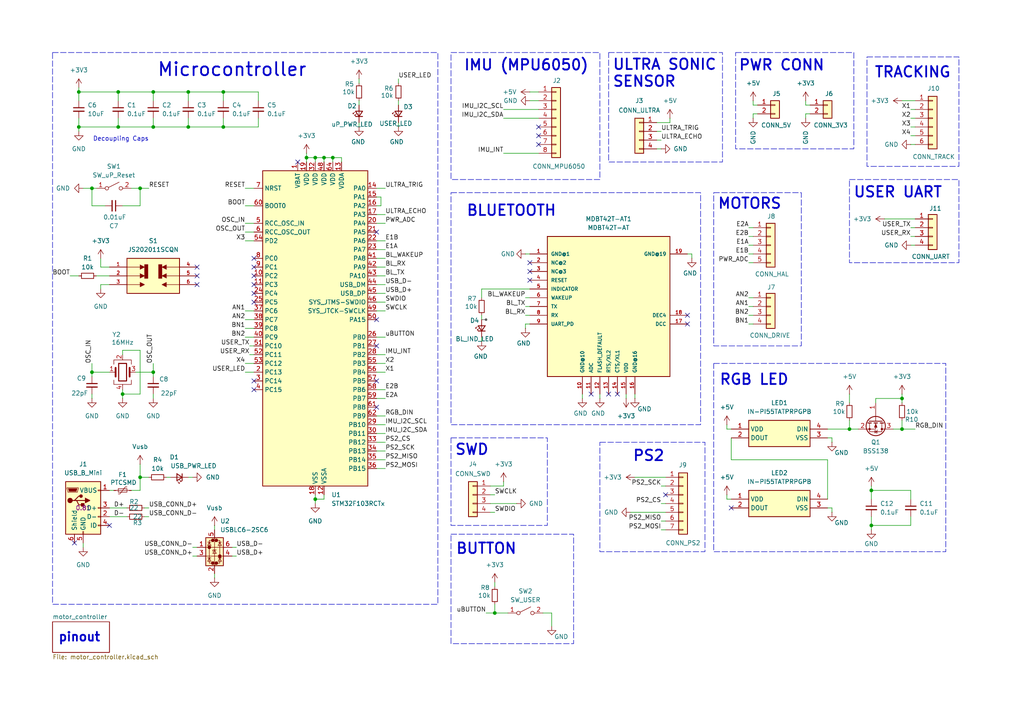
<source format=kicad_sch>
(kicad_sch (version 20250114) (generator "eeschema") (generator_version "9.0")
  (paper "A4")
  (title_block (title "Robot Brain PCB Board") (date "2025-05-01") (rev "1.0") (company "Winston Har"))
  (rectangle (start 130.81 154.94) (end 166.37 186.69) (stroke (width 0) (type dash)))
  (rectangle (start 207.01 55.88) (end 232.41 100.33) (stroke (width 0) (type dash)))
  (rectangle (start 130.81 15.24) (end 173.99 52.07) (stroke (width 0) (type dash)))
  (rectangle (start 173.99 128.27) (end 204.47 160.02) (stroke (width 0) (type dash)))
  (rectangle (start 15.24 15.24) (end 127 175.26) (stroke (width 0) (type dash)))
  (rectangle (start 176.53 15.24) (end 209.55 46.99) (stroke (width 0) (type dash)))
  (rectangle (start 246.38 52.07) (end 278.13 76.2) (stroke (width 0) (type dash)))
  (rectangle (start 251.46 16.51) (end 278.13 48.26) (stroke (width 0) (type dash)))
  (rectangle (start 130.81 127) (end 158.75 152.4) (stroke (width 0) (type dash)))
  (rectangle (start 213.36 15.24) (end 247.65 43.18) (stroke (width 0) (type dash)))
  (rectangle (start 130.81 55.88) (end 203.2 123.19) (stroke (width 0) (type dash)))
  (rectangle (start 207.01 105.41) (end 274.32 160.02) (stroke (width 0) (type dash)))
  (text "PWR CONN" (at 214.122 19.05 0) (effects (font (size 3.048 3.048) (thickness 0.508) (bold yes)) (justify left)))
  (text "ULTRA SONIC\nSENSOR" (at 177.546 21.336 0) (effects (font (size 3.048 3.048) (thickness 0.508) (bold yes)) (justify left)))
  (text "Decoupling Caps" (at 35.052 40.386 0) (effects (font (size 1.27 1.27))))
  (text "BUTTON" (at 132.08 159.258 0) (effects (font (size 3.048 3.048) (thickness 0.508) (bold yes)) (justify left)))
  (text "MOTORS" (at 208.026 59.182 0) (effects (font (size 3.048 3.048) (thickness 0.508) (bold yes)) (justify left)))
  (text "PS2" (at 183.388 132.334 0) (effects (font (size 3.048 3.048) (thickness 0.508) (bold yes)) (justify left)))
  (text "RGB LED" (at 208.534 110.236 0) (effects (font (size 3.048 3.048) (thickness 0.508) (bold yes)) (justify left)))
  (text "Microcontroller" (at 67.31 20.32 0) (effects (font (size 3.81 3.81) (thickness 0.508) (bold yes))))
  (text "TRACKING\n" (at 253.492 21.082 0) (effects (font (size 3.048 3.048) (thickness 0.508) (bold yes)) (justify left)))
  (text "pinout" (at 16.764 184.912 0) (effects (font (size 2.54 2.54) (thickness 0.508) (bold yes)) (justify left)))
  (text "IMU (MPU6050)" (at 152.654 19.05 0) (effects (font (size 3.048 3.048) (thickness 0.508) (bold yes))))
  (text "SWD" (at 131.826 130.556 0) (effects (font (size 3.048 3.048) (thickness 0.508) (bold yes)) (justify left)))
  (text "USER UART\n" (at 247.396 55.88 0) (effects (font (size 3.048 3.048) (thickness 0.508) (bold yes)) (justify left)))
  (text "BLUETOOTH" (at 148.336 61.214 0) (effects (font (size 3.048 3.048) (thickness 0.508) (bold yes))))
  (junction (at 246.38 124.46))
  (junction (at 26.67 54.61))
  (junction (at 40.64 138.43))
  (junction (at 34.29 36.83))
  (junction (at 252.73 152.4))
  (junction (at 35.56 114.3))
  (junction (at 261.62 115.57))
  (junction (at 44.45 26.67))
  (junction (at 40.64 54.61))
  (junction (at 96.52 45.72))
  (junction (at 64.77 36.83))
  (junction (at 252.73 142.24))
  (junction (at 93.98 45.72))
  (junction (at 91.44 144.78))
  (junction (at 54.61 26.67))
  (junction (at 34.29 26.67))
  (junction (at 64.77 26.67))
  (junction (at 44.45 36.83))
  (junction (at 91.44 45.72))
  (junction (at 143.51 177.8))
  (junction (at 88.9 45.72))
  (junction (at 22.86 36.83))
  (junction (at 44.45 107.95))
  (junction (at 261.62 124.46))
  (junction (at 54.61 36.83))
  (junction (at 22.86 26.67))
  (junction (at 26.67 107.95))
  (no_connect (at 176.53 114.3))
  (no_connect (at 109.22 110.49))
  (no_connect (at 86.36 46.99))
  (no_connect (at 153.67 81.28))
  (no_connect (at 73.66 77.47))
  (no_connect (at 21.59 157.48))
  (no_connect (at 57.15 80.01))
  (no_connect (at 153.67 78.74))
  (no_connect (at 73.66 110.49))
  (no_connect (at 199.39 93.98))
  (no_connect (at 171.45 114.3))
  (no_connect (at 109.22 92.71))
  (no_connect (at 199.39 91.44))
  (no_connect (at 156.21 41.91))
  (no_connect (at 109.22 118.11))
  (no_connect (at 73.66 82.55))
  (no_connect (at 156.21 39.37))
  (no_connect (at 109.22 67.31))
  (no_connect (at 73.66 80.01))
  (no_connect (at 31.75 152.4))
  (no_connect (at 73.66 113.03))
  (no_connect (at 179.07 114.3))
  (no_connect (at 109.22 100.33))
  (no_connect (at 212.09 147.32))
  (no_connect (at 57.15 77.47))
  (no_connect (at 73.66 85.09))
  (no_connect (at 153.67 76.2))
  (no_connect (at 73.66 74.93))
  (no_connect (at 193.04 143.51))
  (no_connect (at 73.66 87.63))
  (no_connect (at 57.15 82.55))
  (no_connect (at 156.21 36.83))
  (wire (pts (xy 139.7 83.82) (xy 139.7 86.36)))
  (wire (pts (xy 194.31 35.56) (xy 194.31 34.29)))
  (wire (pts (xy 27.94 80.01) (xy 31.75 80.01)))
  (wire (pts (xy 143.51 177.8) (xy 147.32 177.8)))
  (wire (pts (xy 71.12 90.17) (xy 73.66 90.17)))
  (wire (pts (xy 71.12 92.71) (xy 73.66 92.71)))
  (wire (pts (xy 55.88 161.29) (xy 57.15 161.29)))
  (wire (pts (xy 22.86 25.4) (xy 22.86 26.67)))
  (wire (pts (xy 96.52 45.72) (xy 99.06 45.72)))
  (wire (pts (xy 217.17 71.12) (xy 218.44 71.12)))
  (wire (pts (xy 191.77 151.13) (xy 193.04 151.13)))
  (wire (pts (xy 190.5 38.1) (xy 191.77 38.1)))
  (wire (pts (xy 109.22 130.81) (xy 111.76 130.81)))
  (wire (pts (xy 109.22 87.63) (xy 111.76 87.63)))
  (wire (pts (xy 34.29 26.67) (xy 22.86 26.67)))
  (wire (pts (xy 218.44 34.29) (xy 218.44 33.02)))
  (wire (pts (xy 241.3 127) (xy 240.03 127)))
  (wire (pts (xy 35.56 101.6) (xy 40.64 101.6)))
  (wire (pts (xy 109.22 135.89) (xy 111.76 135.89)))
  (wire (pts (xy 210.82 144.78) (xy 210.82 143.51)))
  (wire (pts (xy 40.64 54.61) (xy 43.18 54.61)))
  (wire (pts (xy 71.12 59.69) (xy 73.66 59.69)))
  (wire (pts (xy 212.09 144.78) (xy 210.82 144.78)))
  (wire (pts (xy 71.12 69.85) (xy 73.66 69.85)))
  (wire (pts (xy 160.02 177.8) (xy 157.48 177.8)))
  (wire (pts (xy 64.77 26.67) (xy 54.61 26.67)))
  (wire (pts (xy 93.98 45.72) (xy 96.52 45.72)))
  (wire (pts (xy 254 116.84) (xy 254 115.57)))
  (wire (pts (xy 54.61 34.29) (xy 54.61 36.83)))
  (wire (pts (xy 29.21 82.55) (xy 31.75 82.55)))
  (wire (pts (xy 233.68 30.48) (xy 233.68 29.21)))
  (wire (pts (xy 139.7 91.44) (xy 139.7 92.71)))
  (wire (pts (xy 217.17 88.9) (xy 218.44 88.9)))
  (wire (pts (xy 62.23 166.37) (xy 62.23 167.64)))
  (wire (pts (xy 264.16 142.24) (xy 252.73 142.24)))
  (wire (pts (xy 219.71 30.48) (xy 218.44 30.48)))
  (wire (pts (xy 24.13 54.61) (xy 26.67 54.61)))
  (wire (pts (xy 190.5 40.64) (xy 191.77 40.64)))
  (wire (pts (xy 142.24 140.97) (xy 146.05 140.97)))
  (wire (pts (xy 35.56 114.3) (xy 35.56 115.57)))
  (wire (pts (xy 233.68 33.02) (xy 234.95 33.02)))
  (wire (pts (xy 184.15 114.3) (xy 184.15 115.57)))
  (wire (pts (xy 199.39 73.66) (xy 200.66 73.66)))
  (wire (pts (xy 55.88 158.75) (xy 57.15 158.75)))
  (wire (pts (xy 217.17 76.2) (xy 218.44 76.2)))
  (wire (pts (xy 22.86 26.67) (xy 22.86 29.21)))
  (wire (pts (xy 29.21 83.82) (xy 29.21 82.55)))
  (wire (pts (xy 246.38 114.3) (xy 246.38 116.84)))
  (wire (pts (xy 210.82 124.46) (xy 210.82 123.19)))
  (wire (pts (xy 38.1 142.24) (xy 40.64 142.24)))
  (wire (pts (xy 41.91 149.86) (xy 43.18 149.86)))
  (wire (pts (xy 26.67 59.69) (xy 26.67 54.61)))
  (wire (pts (xy 264.16 68.58) (xy 265.43 68.58)))
  (wire (pts (xy 248.92 124.46) (xy 246.38 124.46)))
  (wire (pts (xy 191.77 140.97) (xy 193.04 140.97)))
  (wire (pts (xy 217.17 86.36) (xy 218.44 86.36)))
  (wire (pts (xy 91.44 45.72) (xy 93.98 45.72)))
  (wire (pts (xy 143.51 175.26) (xy 143.51 177.8)))
  (wire (pts (xy 264.16 149.86) (xy 264.16 152.4)))
  (wire (pts (xy 261.62 121.92) (xy 261.62 124.46)))
  (wire (pts (xy 24.13 157.48) (xy 24.13 158.75)))
  (wire (pts (xy 109.22 128.27) (xy 111.76 128.27)))
  (wire (pts (xy 71.12 107.95) (xy 73.66 107.95)))
  (wire (pts (xy 22.86 36.83) (xy 22.86 34.29)))
  (wire (pts (xy 261.62 115.57) (xy 261.62 116.84)))
  (wire (pts (xy 71.12 97.79) (xy 73.66 97.79)))
  (wire (pts (xy 88.9 45.72) (xy 91.44 45.72)))
  (wire (pts (xy 264.16 39.37) (xy 265.43 39.37)))
  (wire (pts (xy 91.44 45.72) (xy 91.44 46.99)))
  (wire (pts (xy 29.21 77.47) (xy 29.21 74.93)))
  (wire (pts (xy 35.56 59.69) (xy 40.64 59.69)))
  (wire (pts (xy 109.22 85.09) (xy 111.76 85.09)))
  (wire (pts (xy 152.4 86.36) (xy 153.67 86.36)))
  (wire (pts (xy 93.98 144.78) (xy 91.44 144.78)))
  (wire (pts (xy 261.62 124.46) (xy 259.08 124.46)))
  (wire (pts (xy 71.12 64.77) (xy 73.66 64.77)))
  (wire (pts (xy 74.93 29.21) (xy 74.93 26.67)))
  (wire (pts (xy 109.22 107.95) (xy 111.76 107.95)))
  (wire (pts (xy 217.17 66.04) (xy 218.44 66.04)))
  (wire (pts (xy 72.39 102.87) (xy 73.66 102.87)))
  (wire (pts (xy 93.98 45.72) (xy 93.98 46.99)))
  (wire (pts (xy 153.67 93.98) (xy 152.4 93.98)))
  (wire (pts (xy 31.75 142.24) (xy 33.02 142.24)))
  (wire (pts (xy 109.22 115.57) (xy 111.76 115.57)))
  (wire (pts (xy 264.16 41.91) (xy 265.43 41.91)))
  (wire (pts (xy 264.16 152.4) (xy 252.73 152.4)))
  (wire (pts (xy 22.86 36.83) (xy 22.86 38.1)))
  (wire (pts (xy 54.61 138.43) (xy 55.88 138.43)))
  (wire (pts (xy 212.09 124.46) (xy 210.82 124.46)))
  (wire (pts (xy 152.4 88.9) (xy 153.67 88.9)))
  (wire (pts (xy 109.22 120.65) (xy 111.76 120.65)))
  (wire (pts (xy 64.77 34.29) (xy 64.77 36.83)))
  (wire (pts (xy 191.77 153.67) (xy 193.04 153.67)))
  (wire (pts (xy 67.31 161.29) (xy 68.58 161.29)))
  (wire (pts (xy 91.44 144.78) (xy 91.44 143.51)))
  (wire (pts (xy 152.4 73.66) (xy 153.67 73.66)))
  (wire (pts (xy 152.4 91.44) (xy 153.67 91.44)))
  (wire (pts (xy 54.61 36.83) (xy 44.45 36.83)))
  (wire (pts (xy 39.37 107.95) (xy 44.45 107.95)))
  (wire (pts (xy 109.22 57.15) (xy 110.49 57.15)))
  (wire (pts (xy 246.38 124.46) (xy 246.38 121.92)))
  (wire (pts (xy 44.45 26.67) (xy 34.29 26.67)))
  (wire (pts (xy 40.64 142.24) (xy 40.64 138.43)))
  (wire (pts (xy 146.05 140.97) (xy 146.05 139.7)))
  (wire (pts (xy 96.52 45.72) (xy 96.52 46.99)))
  (wire (pts (xy 146.05 44.45) (xy 156.21 44.45)))
  (wire (pts (xy 217.17 68.58) (xy 218.44 68.58)))
  (wire (pts (xy 264.16 66.04) (xy 265.43 66.04)))
  (wire (pts (xy 44.45 36.83) (xy 34.29 36.83)))
  (wire (pts (xy 152.4 93.98) (xy 152.4 95.25)))
  (wire (pts (xy 71.12 105.41) (xy 73.66 105.41)))
  (wire (pts (xy 109.22 54.61) (xy 111.76 54.61)))
  (wire (pts (xy 241.3 148.59) (xy 241.3 147.32)))
  (wire (pts (xy 40.64 101.6) (xy 40.64 114.3)))
  (wire (pts (xy 234.95 30.48) (xy 233.68 30.48)))
  (wire (pts (xy 31.75 149.86) (xy 36.83 149.86)))
  (wire (pts (xy 109.22 59.69) (xy 110.49 59.69)))
  (wire (pts (xy 264.16 34.29) (xy 265.43 34.29)))
  (wire (pts (xy 190.5 35.56) (xy 194.31 35.56)))
  (wire (pts (xy 217.17 91.44) (xy 218.44 91.44)))
  (wire (pts (xy 191.77 146.05) (xy 193.04 146.05)))
  (wire (pts (xy 168.91 114.3) (xy 168.91 115.57)))
  (wire (pts (xy 264.16 71.12) (xy 265.43 71.12)))
  (wire (pts (xy 40.64 138.43) (xy 43.18 138.43)))
  (wire (pts (xy 88.9 44.45) (xy 88.9 45.72)))
  (wire (pts (xy 109.22 102.87) (xy 111.76 102.87)))
  (wire (pts (xy 31.75 147.32) (xy 36.83 147.32)))
  (wire (pts (xy 241.3 147.32) (xy 240.03 147.32)))
  (wire (pts (xy 109.22 105.41) (xy 111.76 105.41)))
  (wire (pts (xy 109.22 97.79) (xy 111.76 97.79)))
  (wire (pts (xy 71.12 67.31) (xy 73.66 67.31)))
  (wire (pts (xy 212.09 133.35) (xy 240.03 133.35)))
  (wire (pts (xy 93.98 143.51) (xy 93.98 144.78)))
  (wire (pts (xy 181.61 114.3) (xy 181.61 115.57)))
  (wire (pts (xy 40.64 138.43) (xy 40.64 134.62)))
  (wire (pts (xy 218.44 33.02) (xy 219.71 33.02)))
  (wire (pts (xy 256.54 63.5) (xy 265.43 63.5)))
  (wire (pts (xy 109.22 125.73) (xy 111.76 125.73)))
  (wire (pts (xy 139.7 97.79) (xy 139.7 99.06)))
  (wire (pts (xy 35.56 114.3) (xy 35.56 113.03)))
  (wire (pts (xy 233.68 34.29) (xy 233.68 33.02)))
  (wire (pts (xy 64.77 26.67) (xy 64.77 29.21)))
  (wire (pts (xy 40.64 114.3) (xy 35.56 114.3)))
  (wire (pts (xy 142.24 148.59) (xy 143.51 148.59)))
  (wire (pts (xy 142.24 146.05) (xy 149.86 146.05)))
  (wire (pts (xy 30.48 59.69) (xy 26.67 59.69)))
  (wire (pts (xy 74.93 34.29) (xy 74.93 36.83)))
  (wire (pts (xy 26.67 114.3) (xy 26.67 115.57)))
  (wire (pts (xy 252.73 152.4) (xy 252.73 149.86)))
  (wire (pts (xy 54.61 26.67) (xy 54.61 29.21)))
  (wire (pts (xy 173.99 114.3) (xy 173.99 115.57)))
  (wire (pts (xy 44.45 26.67) (xy 44.45 29.21)))
  (wire (pts (xy 88.9 45.72) (xy 88.9 46.99)))
  (wire (pts (xy 31.75 77.47) (xy 29.21 77.47)))
  (wire (pts (xy 200.66 73.66) (xy 200.66 74.93)))
  (wire (pts (xy 109.22 77.47) (xy 111.76 77.47)))
  (wire (pts (xy 109.22 69.85) (xy 111.76 69.85)))
  (wire (pts (xy 104.14 22.86) (xy 104.14 24.13)))
  (wire (pts (xy 34.29 26.67) (xy 34.29 29.21)))
  (wire (pts (xy 48.26 138.43) (xy 49.53 138.43)))
  (wire (pts (xy 261.62 124.46) (xy 265.43 124.46)))
  (wire (pts (xy 146.05 31.75) (xy 156.21 31.75)))
  (wire (pts (xy 217.17 93.98) (xy 218.44 93.98)))
  (wire (pts (xy 212.09 127) (xy 212.09 133.35)))
  (wire (pts (xy 109.22 64.77) (xy 111.76 64.77)))
  (wire (pts (xy 153.67 83.82) (xy 139.7 83.82)))
  (wire (pts (xy 34.29 36.83) (xy 22.86 36.83)))
  (wire (pts (xy 109.22 113.03) (xy 111.76 113.03)))
  (wire (pts (xy 146.05 34.29) (xy 156.21 34.29)))
  (wire (pts (xy 252.73 152.4) (xy 252.73 153.67)))
  (wire (pts (xy 264.16 142.24) (xy 264.16 144.78)))
  (wire (pts (xy 264.16 36.83) (xy 265.43 36.83)))
  (wire (pts (xy 40.64 54.61) (xy 40.64 59.69)))
  (wire (pts (xy 26.67 107.95) (xy 26.67 109.22)))
  (wire (pts (xy 115.57 29.21) (xy 115.57 30.48)))
  (wire (pts (xy 71.12 54.61) (xy 73.66 54.61)))
  (wire (pts (xy 217.17 73.66) (xy 218.44 73.66)))
  (wire (pts (xy 99.06 46.99) (xy 99.06 45.72)))
  (wire (pts (xy 115.57 22.86) (xy 115.57 24.13)))
  (wire (pts (xy 261.62 114.3) (xy 261.62 115.57)))
  (wire (pts (xy 240.03 133.35) (xy 240.03 144.78)))
  (wire (pts (xy 91.44 144.78) (xy 91.44 146.05)))
  (wire (pts (xy 41.91 147.32) (xy 43.18 147.32)))
  (wire (pts (xy 62.23 152.4) (xy 62.23 153.67)))
  (wire (pts (xy 35.56 102.87) (xy 35.56 101.6)))
  (wire (pts (xy 240.03 124.46) (xy 246.38 124.46)))
  (wire (pts (xy 44.45 107.95) (xy 44.45 109.22)))
  (wire (pts (xy 143.51 168.91) (xy 143.51 170.18)))
  (wire (pts (xy 252.73 140.97) (xy 252.73 142.24)))
  (wire (pts (xy 26.67 105.41) (xy 26.67 107.95)))
  (wire (pts (xy 218.44 30.48) (xy 218.44 29.21)))
  (wire (pts (xy 64.77 36.83) (xy 54.61 36.83)))
  (wire (pts (xy 71.12 95.25) (xy 73.66 95.25)))
  (wire (pts (xy 109.22 62.23) (xy 111.76 62.23)))
  (wire (pts (xy 153.67 29.21) (xy 156.21 29.21)))
  (wire (pts (xy 109.22 123.19) (xy 111.76 123.19)))
  (wire (pts (xy 44.45 34.29) (xy 44.45 36.83)))
  (wire (pts (xy 26.67 54.61) (xy 27.94 54.61)))
  (wire (pts (xy 31.75 107.95) (xy 26.67 107.95)))
  (wire (pts (xy 264.16 31.75) (xy 265.43 31.75)))
  (wire (pts (xy 44.45 114.3) (xy 44.45 115.57)))
  (wire (pts (xy 104.14 29.21) (xy 104.14 30.48)))
  (wire (pts (xy 115.57 35.56) (xy 115.57 36.83)))
  (wire (pts (xy 74.93 36.83) (xy 64.77 36.83)))
  (wire (pts (xy 241.3 128.27) (xy 241.3 127)))
  (wire (pts (xy 190.5 43.18) (xy 191.77 43.18)))
  (wire (pts (xy 184.15 138.43) (xy 193.04 138.43)))
  (wire (pts (xy 67.31 158.75) (xy 68.58 158.75)))
  (wire (pts (xy 74.93 26.67) (xy 64.77 26.67)))
  (wire (pts (xy 109.22 74.93) (xy 111.76 74.93)))
  (wire (pts (xy 109.22 82.55) (xy 111.76 82.55)))
  (wire (pts (xy 140.97 177.8) (xy 143.51 177.8)))
  (wire (pts (xy 252.73 142.24) (xy 252.73 144.78)))
  (wire (pts (xy 254 115.57) (xy 261.62 115.57)))
  (wire (pts (xy 20.32 80.01) (xy 22.86 80.01)))
  (wire (pts (xy 109.22 90.17) (xy 111.76 90.17)))
  (wire (pts (xy 153.67 26.67) (xy 156.21 26.67)))
  (wire (pts (xy 72.39 100.33) (xy 73.66 100.33)))
  (wire (pts (xy 34.29 34.29) (xy 34.29 36.83)))
  (wire (pts (xy 38.1 54.61) (xy 40.64 54.61)))
  (wire (pts (xy 109.22 80.01) (xy 111.76 80.01)))
  (wire (pts (xy 54.61 26.67) (xy 44.45 26.67)))
  (wire (pts (xy 104.14 35.56) (xy 104.14 36.83)))
  (wire (pts (xy 44.45 105.41) (xy 44.45 107.95)))
  (wire (pts (xy 142.24 143.51) (xy 143.51 143.51)))
  (wire (pts (xy 109.22 133.35) (xy 111.76 133.35)))
  (wire (pts (xy 160.02 181.61) (xy 160.02 177.8)))
  (wire (pts (xy 110.49 57.15) (xy 110.49 59.69)))
  (wire (pts (xy 261.62 29.21) (xy 265.43 29.21)))
  (wire (pts (xy 182.88 148.59) (xy 193.04 148.59)))
  (wire (pts (xy 109.22 72.39) (xy 111.76 72.39)))
  (label "SWCLK" (at 111.76 90.17 0))
  (label "IMU_I2C_SCL" (at 111.76 123.19 0))
  (label "BN1" (at 71.12 95.25 180))
  (label "E1A" (at 217.17 71.12 180))
  (label "BL_TX" (at 152.4 88.9 180))
  (label "IMU_INT" (at 111.76 102.87 0))
  (label "BN1" (at 217.17 93.98 180))
  (label "USB_D-" (at 111.76 82.55 0))
  (label "X4" (at 264.16 39.37 180))
  (label "PS2_CS" (at 111.76 128.27 0))
  (label "IMU_I2C_SCL" (at 146.05 31.75 180))
  (label "E2A" (at 111.76 115.57 0))
  (label "ULTRA_ECHO" (at 191.77 40.64 0))
  (label "OSC_IN" (at 26.67 105.41 90))
  (label "PS2_MISO" (at 111.76 133.35 0))
  (label "USER_LED" (at 115.57 22.86 0))
  (label "USB_CONN_D-" (at 55.88 158.75 180))
  (label "IMU_I2C_SDA" (at 146.05 34.29 180))
  (label "USER_TX" (at 72.39 100.33 180))
  (label "BL_RX" (at 111.76 77.47 0))
  (label "RGB_DIN" (at 265.43 124.46 0))
  (label "D-" (at 33.02 149.86 0))
  (label "AN1" (at 71.12 90.17 180))
  (label "IMU_I2C_SDA" (at 111.76 125.73 0))
  (label "SWDIO" (at 111.76 87.63 0))
  (label "USER_RX" (at 264.16 68.58 180))
  (label "USB_D-" (at 68.58 158.75 0))
  (label "uBUTTON" (at 140.97 177.8 180))
  (label "PS2_MISO" (at 191.77 151.13 180))
  (label "RESET" (at 43.18 54.61 0))
  (label "E2A" (at 217.17 66.04 180))
  (label "AN2" (at 71.12 92.71 180))
  (label "D+" (at 33.02 147.32 0))
  (label "BN2" (at 217.17 91.44 180))
  (label "E2B" (at 217.17 68.58 180))
  (label "USB_CONN_D+" (at 43.18 147.32 0))
  (label "X1" (at 111.76 107.95 0))
  (label "PWR_ADC" (at 217.17 76.2 180))
  (label "PS2_SCK" (at 111.76 130.81 0))
  (label "X3" (at 264.16 36.83 180))
  (label "PS2_MOSI" (at 191.77 153.67 180))
  (label "X4" (at 71.12 105.41 180))
  (label "USB_CONN_D+" (at 55.88 161.29 180))
  (label "USB_CONN_D-" (at 43.18 149.86 0))
  (label "RESET" (at 71.12 54.61 180))
  (label "USER_RX" (at 72.39 102.87 180))
  (label "E1B" (at 217.17 73.66 180))
  (label "BN2" (at 71.12 97.79 180))
  (label "E2B" (at 111.76 113.03 0))
  (label "USER_TX" (at 264.16 66.04 180))
  (label "PS2_CS" (at 191.77 146.05 180))
  (label "uBUTTON" (at 111.76 97.79 0))
  (label "OSC_IN" (at 71.12 64.77 180))
  (label "BOOT" (at 71.12 59.69 180))
  (label "ULTRA_TRIG" (at 111.76 54.61 0))
  (label "SWCLK" (at 143.51 143.51 0))
  (label "USB_D+" (at 111.76 85.09 0))
  (label "USB_D+" (at 68.58 161.29 0))
  (label "X2" (at 264.16 34.29 180))
  (label "USER_LED" (at 71.12 107.95 180))
  (label "OSC_OUT" (at 44.45 105.41 90))
  (label "BL_WAKEUP" (at 111.76 74.93 0))
  (label "X1" (at 264.16 31.75 180))
  (label "E1A" (at 111.76 72.39 0))
  (label "E1B" (at 111.76 69.85 0))
  (label "SWDIO" (at 143.51 148.59 0))
  (label "PS2_SCK" (at 191.77 140.97 180))
  (label "BL_TX" (at 111.76 80.01 0))
  (label "ULTRA_TRIG" (at 191.77 38.1 0))
  (label "X3" (at 71.12 69.85 180))
  (label "X2" (at 111.76 105.41 0))
  (label "PS2_MOSI" (at 111.76 135.89 0))
  (label "PWR_ADC" (at 111.76 64.77 0))
  (label "RGB_DIN" (at 111.76 120.65 0))
  (label "AN2" (at 217.17 86.36 180))
  (label "AN1" (at 217.17 88.9 180))
  (label "BOOT" (at 20.32 80.01 180))
  (label "ULTRA_ECHO" (at 111.76 62.23 0))
  (label "IMU_INT" (at 146.05 44.45 180))
  (label "BL_WAKEUP" (at 152.4 86.36 180))
  (label "BL_RX" (at 152.4 91.44 180))
  (label "OSC_OUT" (at 71.12 67.31 180))
  (netclass_flag "" (length 1.27) (shape dot) (at 139.7 92.71 270) (property "Netclass" "signal" (effects (hide yes))))
  (symbol (lib_id "Device:C_Small") (at 252.73 147.32 0) (unit 1)
    (property "Reference" "C12" (at 255.27 146.0562 0) (effects (justify left)))
    (property "Value" "0.1uF" (at 255.27 148.5962 0) (effects (justify left)))
    (property "Footprint" "Capacitor_SMD:C_0805_2012Metric_Pad1.18x1.45mm_HandSolder" (effects (hide yes)))
    (property "Description" "Unpolarized capacitor, small symbol" (effects (hide yes)))
    (property "Mouser" "https://www.mouser.com/ProductDetail/KYOCERA-AVX/KAM21BR71H104JT?qs=sGAEpiMZZMsh%252B1woXyUXj17cMikWvs6%2F6aKx5H2Tu1A%3D" (effects (hide yes)))
    (property "Mfr #P" "KAM21BR71H104JT" (effects (hide yes)))
    (property "Unit Price($)" "0.20" (effects (hide yes)))
  )
  (symbol (lib_id "power:GND") (at 264.16 41.91 270) (unit 1)
    (property "Reference" "#PWR049" (effects (hide yes)))
    (property "Value" "GND" (at 260.604 41.91 90) (effects (justify right)))
    (property "Description" "Power symbol creates a global label with name \"GND\" , ground" (effects (hide yes)))
  )
  (symbol (lib_id "power:+3V3") (at 184.15 138.43 90) (unit 1)
    (property "Reference" "#PWR047" (effects (hide yes)))
    (property "Value" "+3V3" (at 180.34 138.4299 90) (effects (justify left)))
    (property "Description" "Power symbol creates a global label with name \"+3V3\"" (effects (hide yes)))
  )
  (symbol (lib_id "Device:C_Small") (at 44.45 31.75 0) (unit 1)
    (property "Reference" "C2" (at 46.99 30.4862 0) (effects (justify left)))
    (property "Value" "0.1uF" (at 46.99 33.0262 0) (effects (justify left)))
    (property "Footprint" "Capacitor_SMD:C_0805_2012Metric_Pad1.18x1.45mm_HandSolder" (effects (hide yes)))
    (property "Description" "Unpolarized capacitor, small symbol" (effects (hide yes)))
    (property "Mouser" "https://www.mouser.com/ProductDetail/KYOCERA-AVX/KAM21BR71H104JT?qs=sGAEpiMZZMsh%252B1woXyUXj17cMikWvs6%2F6aKx5H2Tu1A%3D" (effects (hide yes)))
    (property "Mfr #P" "KAM21BR71H104JT" (effects (hide yes)))
    (property "Unit Price($)" "0.20" (effects (hide yes)))
  )
  (symbol (lib_id "Device:C_Small") (at 54.61 31.75 0) (unit 1)
    (property "Reference" "C3" (at 57.15 30.4862 0) (effects (justify left)))
    (property "Value" "0.1uF" (at 57.15 33.0262 0) (effects (justify left)))
    (property "Footprint" "Capacitor_SMD:C_0805_2012Metric_Pad1.18x1.45mm_HandSolder" (effects (hide yes)))
    (property "Description" "Unpolarized capacitor, small symbol" (effects (hide yes)))
    (property "Mouser" "https://www.mouser.com/ProductDetail/KYOCERA-AVX/KAM21BR71H104JT?qs=sGAEpiMZZMsh%252B1woXyUXj17cMikWvs6%2F6aKx5H2Tu1A%3D" (effects (hide yes)))
    (property "Mfr #P" "KAM21BR71H104JT" (effects (hide yes)))
    (property "Unit Price($)" "0.20" (effects (hide yes)))
  )
  (symbol (lib_id "power:GND") (at 139.7 99.06 0) (unit 1)
    (property "Reference" "#PWR029" (effects (hide yes)))
    (property "Value" "GND" (at 141.478 103.378 0) (effects (justify right)))
    (property "Description" "Power symbol creates a global label with name \"GND\" , ground" (effects (hide yes)))
  )
  (symbol (lib_id "power:GND") (at 264.16 71.12 270) (unit 1)
    (property "Reference" "#PWR052" (effects (hide yes)))
    (property "Value" "GND" (at 260.604 71.12 90) (effects (justify right)))
    (property "Description" "Power symbol creates a global label with name \"GND\" , ground" (effects (hide yes)))
  )
  (symbol (lib_id "Device:C_Small") (at 64.77 31.75 0) (unit 1)
    (property "Reference" "C4" (at 67.31 30.4862 0) (effects (justify left)))
    (property "Value" "0.1uF" (at 67.31 33.0262 0) (effects (justify left)))
    (property "Footprint" "Capacitor_SMD:C_0805_2012Metric_Pad1.18x1.45mm_HandSolder" (effects (hide yes)))
    (property "Description" "Unpolarized capacitor, small symbol" (effects (hide yes)))
    (property "Mouser" "https://www.mouser.com/ProductDetail/KYOCERA-AVX/KAM21BR71H104JT?qs=sGAEpiMZZMsh%252B1woXyUXj17cMikWvs6%2F6aKx5H2Tu1A%3D" (effects (hide yes)))
    (property "Mfr #P" "KAM21BR71H104JT" (effects (hide yes)))
    (property "Unit Price($)" "0.20" (effects (hide yes)))
  )
  (symbol (lib_id "Connector_Generic:Conn_01x05") (at 223.52 71.12 0) (unit 1)
    (property "Reference" "J8" (at 222.504 62.738 0) (effects (justify left)))
    (property "Value" "CONN_HAL" (at 218.948 79.502 0) (effects (justify left)))
    (property "Footprint" "Connector_JST:JST_XH_B5B-XH-A_1x05_P2.50mm_Vertical" (effects (hide yes)))
    (property "Description" "Generic connector, single row, 01x05, script generated (kicad-library-utils/schlib/autogen/connector/)" (effects (hide yes)))
  )
  (symbol (lib_id "SW_uP_Boot:JS202011SCQN") (at 44.45 80.01 0) (unit 1)
    (property "Reference" "S1" (at 44.45 69.85 0))
    (property "Value" "JS202011SCQN" (at 44.45 72.39 0))
    (property "Footprint" "SW_uP_Boot:SW_uP_Boot" (effects (hide yes)))
    (property "MF" "C&K" (effects (hide yes)))
    (property "MAXIMUM_PACKAGE_HEIGHT" "5.5 mm" (effects (hide yes)))
    (property "Package" "None" (effects (hide yes)))
    (property "Price" "None" (effects (hide yes)))
    (property "Check_prices" "https://www.snapeda.com/parts/JS202011SCQN/C%2526K/view-part/?ref=eda" (effects (hide yes)))
    (property "STANDARD" "Manufacturer Recommendations" (effects (hide yes)))
    (property "PARTREV" "26 May 22" (effects (hide yes)))
    (property "SnapEDA_Link" "https://www.snapeda.com/parts/JS202011SCQN/C%2526K/view-part/?ref=snap" (effects (hide yes)))
    (property "MP" "JS202011SCQN" (effects (hide yes)))
    (property "Description_1" "Slide Switch DPDT Surface Mount" (effects (hide yes)))
    (property "MANUFACTURER" "C&K" (effects (hide yes)))
    (property "Availability" "In Stock" (effects (hide yes)))
    (property "SNAPEDA_PN" "JS202011SCQN" (effects (hide yes)))
    (property "Mouser" "https://www.mouser.com/ProductDetail/CK/JS202011SCQN?qs=LgMIjt8LuD95JYWxZ7NvZA%3D%3D&srsltid=AfmBOooDk10u84nJj48V7uU3bUDgIDkJTIEAKKzntJY8as7ztywHo2vc" (effects (hide yes)))
    (property "Mfr #P" "JS202011SCQN" (effects (hide yes)))
    (property "Unit Price($)" "0.74" (effects (hide yes)))
  )
  (symbol (lib_id "power:GND") (at 173.99 115.57 0) (unit 1)
    (property "Reference" "#PWR024" (effects (hide yes)))
    (property "Value" "GND" (at 175.514 119.888 0) (effects (justify right)))
    (property "Description" "Power symbol creates a global label with name \"GND\" , ground" (effects (hide yes)))
  )
  (symbol (lib_id "power:GND") (at 55.88 138.43 90) (unit 1)
    (property "Reference" "#PWR015" (effects (hide yes)))
    (property "Value" "GND" (at 59.69 138.4299 90) (effects (justify right)))
    (property "Description" "Power symbol creates a global label with name \"GND\" , ground" (effects (hide yes)))
  )
  (symbol (lib_id "Device:LED_Small") (at 139.7 95.25 90) (unit 1)
    (property "Reference" "D4" (at 137.668 92.964 90))
    (property "Value" "BL_IND_LED" (at 137.668 98.298 90))
    (property "Footprint" "LED_SMD:LED_0805_2012Metric_Pad1.15x1.40mm_HandSolder" (effects (hide yes)))
    (property "Description" "Light emitting diode, small symbol" (effects (hide yes)))
    (property "Sim.Pin" "1=K 2=A" (effects (hide yes)))
    (property "Mouser" "https://www.mouser.com/ProductDetail/Wurth-Elektronik/150080VS75000?qs=sGAEpiMZZMv0DJfhVcWlKwb9uSCDLxPfZ0A4%252BcEoadIpft0N0W21Jg%3D%3D" (effects (hide yes)))
    (property "Mfr #P" "150080VS75000 " (effects (hide yes)))
    (property "Unit Price($)" "0.19" (effects (hide yes)))
  )
  (symbol (lib_id "Device:LED_Small") (at 104.14 33.02 90) (unit 1)
    (property "Reference" "D2" (at 102.108 30.734 90))
    (property "Value" "uP_PWR_LED" (at 102.108 36.068 90))
    (property "Footprint" "LED_SMD:LED_0805_2012Metric_Pad1.15x1.40mm_HandSolder" (effects (hide yes)))
    (property "Description" "Light emitting diode, small symbol" (effects (hide yes)))
    (property "Sim.Pin" "1=K 2=A" (effects (hide yes)))
    (property "Mouser" "https://www.mouser.com/ProductDetail/Wurth-Elektronik/150080VS75000?qs=sGAEpiMZZMv0DJfhVcWlKwb9uSCDLxPfZ0A4%252BcEoadIpft0N0W21Jg%3D%3D" (effects (hide yes)))
    (property "Mfr #P" "150080VS75000 " (effects (hide yes)))
    (property "Unit Price($)" "0.19" (effects (hide yes)))
  )
  (symbol (lib_id "power:GND") (at 153.67 29.21 270) (unit 1)
    (property "Reference" "#PWR020" (effects (hide yes)))
    (property "Value" "GND" (at 150.114 29.21 90) (effects (justify right)))
    (property "Description" "Power symbol creates a global label with name \"GND\" , ground" (effects (hide yes)))
  )
  (symbol (lib_id "Device:LED_Small") (at 52.07 138.43 180) (unit 1)
    (property "Reference" "D1" (at 50.546 132.588 0))
    (property "Value" "USB_PWR_LED" (at 56.134 135.128 0))
    (property "Footprint" "LED_SMD:LED_0805_2012Metric_Pad1.15x1.40mm_HandSolder" (effects (hide yes)))
    (property "Description" "Light emitting diode, small symbol" (effects (hide yes)))
    (property "Sim.Pin" "1=K 2=A" (effects (hide yes)))
    (property "Mouser" "https://www.mouser.com/ProductDetail/Wurth-Elektronik/150080VS75000?qs=sGAEpiMZZMv0DJfhVcWlKwb9uSCDLxPfZ0A4%252BcEoadIpft0N0W21Jg%3D%3D" (effects (hide yes)))
    (property "Mfr #P" "150080VS75000 " (effects (hide yes)))
    (property "Unit Price($)" "0.19" (effects (hide yes)))
  )
  (symbol (lib_id "Connector_Generic:Conn_01x04") (at 137.16 143.51 0) (mirror y) (unit 1)
    (property "Reference" "J4" (at 137.16 134.62 0))
    (property "Value" "CONN_SWD" (at 137.16 137.414 0))
    (property "Footprint" "Connector_PinSocket_2.54mm:PinSocket_1x04_P2.54mm_Vertical" (effects (hide yes)))
    (property "Description" "Generic connector, single row, 01x04, script generated (kicad-library-utils/schlib/autogen/connector/)" (effects (hide yes)))
  )
  (symbol (lib_id "power:GND") (at 26.67 115.57 0) (unit 1)
    (property "Reference" "#PWR08" (effects (hide yes)))
    (property "Value" "GND" (at 26.67 120.65 0))
    (property "Description" "Power symbol creates a global label with name \"GND\" , ground" (effects (hide yes)))
  )
  (symbol (lib_id "power:+3V3") (at 143.51 168.91 0) (unit 1)
    (property "Reference" "#PWR033" (effects (hide yes)))
    (property "Value" "+3V3" (at 143.51 163.83 0))
    (property "Description" "Power symbol creates a global label with name \"+3V3\"" (effects (hide yes)))
  )
  (symbol (lib_id "Device:R_Small") (at 39.37 149.86 270) (unit 1)
    (property "Reference" "R3" (at 39.878 151.638 90))
    (property "Value" "22" (at 39.878 149.86 90))
    (property "Footprint" "Resistor_SMD:R_0805_2012Metric_Pad1.20x1.40mm_HandSolder" (effects (hide yes)))
    (property "Description" "Resistor, small symbol" (effects (hide yes)))
    (property "Mouser" "https://www.mouser.com/ProductDetail/YAGEO/RC0805FR-7W22RL?qs=tggtontpCXP%252BlWTvsYhmYQ%3D%3D" (effects (hide yes)))
    (property "Mfr #P" "RC0805FR-7W22RL " (effects (hide yes)))
    (property "Unit Price($)" "0.11" (effects (hide yes)))
  )
  (symbol (lib_id "power:+3V3") (at 218.44 29.21 0) (unit 1)
    (property "Reference" "#PWR036" (effects (hide yes)))
    (property "Value" "+5V" (at 218.44 24.13 0))
    (property "Description" "Power symbol creates a global label with name \"+3V3\"" (effects (hide yes)))
  )
  (symbol (lib_id "Device:C_Small") (at 34.29 31.75 0) (unit 1)
    (property "Reference" "C1" (at 36.83 30.4862 0) (effects (justify left)))
    (property "Value" "0.1uF" (at 36.83 33.0262 0) (effects (justify left)))
    (property "Footprint" "Capacitor_SMD:C_0805_2012Metric_Pad1.18x1.45mm_HandSolder" (effects (hide yes)))
    (property "Description" "Unpolarized capacitor, small symbol" (effects (hide yes)))
    (property "Mouser" "https://www.mouser.com/ProductDetail/KYOCERA-AVX/KAM21BR71H104JT?qs=sGAEpiMZZMsh%252B1woXyUXj17cMikWvs6%2F6aKx5H2Tu1A%3D" (effects (hide yes)))
    (property "Mfr #P" "KAM21BR71H104JT" (effects (hide yes)))
    (property "Unit Price($)" "0.20" (effects (hide yes)))
  )
  (symbol (lib_id "power:+3V3") (at 261.62 114.3 0) (unit 1)
    (property "Reference" "#PWR044" (effects (hide yes)))
    (property "Value" "+3V3" (at 261.62 109.22 0))
    (property "Description" "Power symbol creates a global label with name \"+3V3\"" (effects (hide yes)))
  )
  (symbol (lib_id "power:+3V3") (at 252.73 140.97 0) (unit 1)
    (property "Reference" "#PWR045" (effects (hide yes)))
    (property "Value" "+5V" (at 252.73 135.89 0))
    (property "Description" "Power symbol creates a global label with name \"+3V3\"" (effects (hide yes)))
  )
  (symbol (lib_id "power:GND") (at 35.56 115.57 0) (unit 1)
    (property "Reference" "#PWR010" (effects (hide yes)))
    (property "Value" "GND" (at 35.56 120.65 0))
    (property "Description" "Power symbol creates a global label with name \"GND\" , ground" (effects (hide yes)))
  )
  (symbol (lib_id "Device:R_Small") (at 139.7 88.9 0) (unit 1)
    (property "Reference" "R7" (at 136.906 86.614 0))
    (property "Value" "10k" (at 136.652 88.9 0))
    (property "Footprint" "Resistor_SMD:R_0805_2012Metric_Pad1.20x1.40mm_HandSolder" (effects (hide yes)))
    (property "Description" "Resistor, small symbol" (effects (hide yes)))
    (property "Mouser" "https://www.mouser.com/ProductDetail/KOA-Speer/RK73B2ATTE103J?qs=I90P2AZw0BqeB%252B5wjce35A%3D%3D" (effects (hide yes)))
    (property "Mfr #P" "RK73B2ATTE103J" (effects (hide yes)))
    (property "Unit Price($)" "0.11" (effects (hide yes)))
  )
  (symbol (lib_id "Connector:USB_B_Mini") (at 24.13 147.32 0) (unit 1)
    (property "Reference" "J1" (at 24.13 134.62 0))
    (property "Value" "USB_B_Mini" (at 24.13 137.16 0))
    (property "Footprint" "Connector_USB:USB_Mini-B_Lumberg_2486_01_Horizontal" (effects (hide yes)))
    (property "Description" "USB Mini Type B connector" (effects (hide yes)))
    (property "Unit Price($)" "0.81" (at 24.13 147.32 0))
    (property "Mouser" "https://www.mouser.com/ProductDetail/Same-Sky/UJ2-MBH-4-SMT-TR?qs=5mqXD9RfOg1Zr%252BwuyT2Oxw%3D%3D" (effects (hide yes)))
    (property "Mfr #P" "UJ2-MBH-4-SMT-TR " (effects (hide yes)))
  )
  (symbol (lib_id "Connector_Generic:Conn_01x08") (at 161.29 34.29 0) (unit 1)
    (property "Reference" "J2" (at 160.274 23.368 0) (effects (justify left)))
    (property "Value" "CONN_MPU6050" (at 154.432 48.26 0) (effects (justify left)))
    (property "Footprint" "Connector_PinSocket_2.54mm:PinSocket_1x08_P2.54mm_Vertical" (effects (hide yes)))
    (property "Description" "Generic connector, single row, 01x08, script generated (kicad-library-utils/schlib/autogen/connector/)" (effects (hide yes)))
  )
  (symbol (lib_id "power:GND") (at 200.66 74.93 0) (unit 1)
    (property "Reference" "#PWR021" (effects (hide yes)))
    (property "Value" "GND" (at 202.184 79.248 0) (effects (justify right)))
    (property "Description" "Power symbol creates a global label with name \"GND\" , ground" (effects (hide yes)))
  )
  (symbol (lib_id "power:GND") (at 152.4 73.66 270) (unit 1)
    (property "Reference" "#PWR026" (effects (hide yes)))
    (property "Value" "GND" (at 149.352 73.66 90) (effects (justify right)))
    (property "Description" "Power symbol creates a global label with name \"GND\" , ground" (effects (hide yes)))
  )
  (symbol (lib_id "Device:C_Small") (at 44.45 111.76 0) (unit 1)
    (property "Reference" "C8" (at 47.498 109.982 0))
    (property "Value" "22pF" (at 49.022 114.046 0))
    (property "Footprint" "Capacitor_SMD:C_0805_2012Metric_Pad1.18x1.45mm_HandSolder" (effects (hide yes)))
    (property "Description" "Unpolarized capacitor, small symbol" (effects (hide yes)))
    (property "Mouser" "https://www.mouser.com/ProductDetail/KYOCERA-AVX/0805ZA220JAT2A?qs=qVfB0%2FDaMDayn2JkoZWS9w%3D%3D" (effects (hide yes)))
    (property "Mfr #P" "0805ZA220JAT2A" (effects (hide yes)))
    (property "Unit Price($)" "0.21" (effects (hide yes)))
  )
  (symbol (lib_id "Device:R_Small") (at 246.38 119.38 0) (unit 1)
    (property "Reference" "R9" (at 243.586 117.094 0))
    (property "Value" "10k" (at 243.332 119.38 0))
    (property "Footprint" "Resistor_SMD:R_0805_2012Metric_Pad1.20x1.40mm_HandSolder" (effects (hide yes)))
    (property "Description" "Resistor, small symbol" (effects (hide yes)))
    (property "Mouser" "https://www.mouser.com/ProductDetail/KOA-Speer/RK73B2ATTE103J?qs=I90P2AZw0BqeB%252B5wjce35A%3D%3D" (effects (hide yes)))
    (property "Mfr #P" "RK73B2ATTE103J" (effects (hide yes)))
    (property "Unit Price($)" "0.11" (effects (hide yes)))
  )
  (symbol (lib_id "Device:C_Small") (at 264.16 147.32 0) (unit 1)
    (property "Reference" "C11" (at 266.7 146.0562 0) (effects (justify left)))
    (property "Value" "0.1uF" (at 266.7 148.5962 0) (effects (justify left)))
    (property "Footprint" "Capacitor_SMD:C_0805_2012Metric_Pad1.18x1.45mm_HandSolder" (effects (hide yes)))
    (property "Description" "Unpolarized capacitor, small symbol" (effects (hide yes)))
    (property "Mouser" "https://www.mouser.com/ProductDetail/KYOCERA-AVX/KAM21BR71H104JT?qs=sGAEpiMZZMsh%252B1woXyUXj17cMikWvs6%2F6aKx5H2Tu1A%3D" (effects (hide yes)))
    (property "Mfr #P" "KAM21BR71H104JT" (effects (hide yes)))
    (property "Unit Price($)" "0.20" (effects (hide yes)))
  )
  (symbol (lib_id "Device:C_Small") (at 33.02 59.69 270) (unit 1)
    (property "Reference" "C7" (at 33.02 65.532 90))
    (property "Value" "0.01uF" (at 33.274 62.992 90))
    (property "Footprint" "Capacitor_SMD:C_0805_2012Metric_Pad1.18x1.45mm_HandSolder" (effects (hide yes)))
    (property "Description" "Unpolarized capacitor, small symbol" (effects (hide yes)))
    (property "Mouser" "https://www.mouser.com/ProductDetail/KYOCERA-AVX/KAF21BR72A103JT?qs=sGAEpiMZZMvsSlwiRhF8qrQG6leidpLjcDGchfK3z7vBa8kdIii1%252Bg%3D%3D" (effects (hide yes)))
    (property "Mfr #P" "KAF21BR72A103JT " (effects (hide yes)))
    (property "Unit Price($)" "0.10" (effects (hide yes)))
  )
  (symbol (lib_id "power:+3V3") (at 181.61 115.57 180) (unit 1)
    (property "Reference" "#PWR027" (effects (hide yes)))
    (property "Value" "+3V3" (at 181.61 120.65 0))
    (property "Description" "Power symbol creates a global label with name \"+3V3\"" (effects (hide yes)))
  )
  (symbol (lib_id "power:+3V3") (at 194.31 34.29 0) (unit 1)
    (property "Reference" "#PWR028" (effects (hide yes)))
    (property "Value" "+5V" (at 194.31 29.21 0))
    (property "Description" "Power symbol creates a global label with name \"+3V3\"" (effects (hide yes)))
  )
  (symbol (lib_id "power:+3V3") (at 104.14 22.86 0) (unit 1)
    (property "Reference" "#PWR018" (effects (hide yes)))
    (property "Value" "+3V3" (at 104.14 17.78 0))
    (property "Description" "Power symbol creates a global label with name \"+3V3\"" (effects (hide yes)))
  )
  (symbol (lib_id "power:GND") (at 24.13 54.61 270) (unit 1)
    (property "Reference" "#PWR05" (effects (hide yes)))
    (property "Value" "GND" (at 20.32 54.6099 90) (effects (justify right)))
    (property "Description" "Power symbol creates a global label with name \"GND\" , ground" (effects (hide yes)))
  )
  (symbol (lib_id "Device:R_Small") (at 115.57 26.67 0) (unit 1)
    (property "Reference" "R6" (at 112.776 25.654 0))
    (property "Value" "10k" (at 112.268 27.686 0))
    (property "Footprint" "Resistor_SMD:R_0805_2012Metric_Pad1.20x1.40mm_HandSolder" (effects (hide yes)))
    (property "Description" "Resistor, small symbol" (effects (hide yes)))
    (property "Mouser" "https://www.mouser.com/ProductDetail/KOA-Speer/RK73B2ATTE103J?qs=I90P2AZw0BqeB%252B5wjce35A%3D%3D" (effects (hide yes)))
    (property "Mfr #P" "RK73B2ATTE103J" (effects (hide yes)))
    (property "Unit Price($)" "0.11" (effects (hide yes)))
  )
  (symbol (lib_id "power:+3V3") (at 22.86 25.4 0) (unit 1)
    (property "Reference" "#PWR02" (effects (hide yes)))
    (property "Value" "+3V3" (at 22.86 20.32 0))
    (property "Description" "Power symbol creates a global label with name \"+3V3\"" (effects (hide yes)))
  )
  (symbol (lib_id "power:+3V3") (at 233.68 29.21 0) (unit 1)
    (property "Reference" "#PWR037" (effects (hide yes)))
    (property "Value" "+3V3" (at 233.68 24.13 0))
    (property "Description" "Power symbol creates a global label with name \"+3V3\"" (effects (hide yes)))
  )
  (symbol (lib_id "power:GND") (at 241.3 128.27 0) (unit 1)
    (property "Reference" "#PWR039" (effects (hide yes)))
    (property "Value" "GND" (at 246.126 131.318 0) (effects (justify right)))
    (property "Description" "Power symbol creates a global label with name \"GND\" , ground" (effects (hide yes)))
  )
  (symbol (lib_id "Connector_Generic:Conn_01x02") (at 240.03 30.48 0) (unit 1)
    (property "Reference" "J6" (at 239.268 27.178 0) (effects (justify left)))
    (property "Value" "CONN_3V3" (at 235.966 36.322 0) (effects (justify left)))
    (property "Footprint" "Connector_JST:JST_XH_B2B-XH-A_1x02_P2.50mm_Vertical" (effects (hide yes)))
    (property "Description" "Generic connector, single row, 01x02, script generated (kicad-library-utils/schlib/autogen/connector/)" (effects (hide yes)))
  )
  (symbol (lib_id "Device:Polyfuse_Small") (at 35.56 142.24 90) (unit 1)
    (property "Reference" "F1" (at 35.56 137.668 90))
    (property "Value" "PTCSMD" (at 35.814 139.954 90))
    (property "Footprint" "Fuse:Fuse_0805_2012Metric_Pad1.15x1.40mm_HandSolder" (effects (hide yes)))
    (property "Description" "Resettable fuse, polymeric positive temperature coefficient, small symbol" (effects (hide yes)))
    (property "Mouser" "https://www.mouser.com/ProductDetail/Bel-Fuse/0ZCK0050AF2E?qs=jyPKP7YLNfA3woHzbzsK%2FQ%3D%3D" (effects (hide yes)))
    (property "Mfr #P" "0ZCK0050AF2E" (effects (hide yes)))
    (property "Unit Price($)" "0.32" (effects (hide yes)))
  )
  (symbol (lib_id "Device:R_Small") (at 261.62 119.38 180) (unit 1)
    (property "Reference" "R10" (at 264.414 121.666 0))
    (property "Value" "10k" (at 264.668 119.38 0))
    (property "Footprint" "Resistor_SMD:R_0805_2012Metric_Pad1.20x1.40mm_HandSolder" (effects (hide yes)))
    (property "Description" "Resistor, small symbol" (effects (hide yes)))
    (property "Mouser" "https://www.mouser.com/ProductDetail/KOA-Speer/RK73B2ATTE103J?qs=I90P2AZw0BqeB%252B5wjce35A%3D%3D" (effects (hide yes)))
    (property "Mfr #P" "RK73B2ATTE103J" (effects (hide yes)))
    (property "Unit Price($)" "0.11" (effects (hide yes)))
  )
  (symbol (lib_id "MDBT42T-AT:MDBT42T-AT") (at 176.53 88.9 0) (unit 1)
    (property "Reference" "MDBT42T-AT1" (at 176.53 63.5 0))
    (property "Value" "MDBT42T-AT" (at 176.53 66.04 0))
    (property "Footprint" "MDBT42T-AT:MDBT42T" (effects (hide yes)))
    (property "MF" "Raytac" (effects (hide yes)))
    (property "Description_1" "Bluetooth Bluetooth v5.4 Transceiver Module 2.36GHz ~ 2.5GHz Integrated, Chip Surface Mount" (effects (hide yes)))
    (property "Package" "None" (effects (hide yes)))
    (property "Price" "None" (effects (hide yes)))
    (property "SnapEDA_Link" "https://www.snapeda.com/parts/MDBT42T-AT/Raytac+Corporation/view-part/?ref=snap" (effects (hide yes)))
    (property "MP" "MDBT42T-AT" (effects (hide yes)))
    (property "Availability" "In Stock" (effects (hide yes)))
    (property "Check_prices" "https://www.snapeda.com/parts/MDBT42T-AT/Raytac+Corporation/view-part/?ref=eda" (effects (hide yes)))
  )
  (symbol (lib_id "power:+3V3") (at 88.9 44.45 0) (unit 1)
    (property "Reference" "#PWR01" (effects (hide yes)))
    (property "Value" "+3V3" (at 88.9 39.37 0))
    (property "Description" "Power symbol creates a global label with name \"+3V3\"" (effects (hide yes)))
  )
  (symbol (lib_id "Device:LED_Small") (at 115.57 33.02 90) (unit 1)
    (property "Reference" "D3" (at 118.364 30.988 90))
    (property "Value" "USER_LED" (at 114.808 35.814 90))
    (property "Footprint" "LED_SMD:LED_0805_2012Metric_Pad1.15x1.40mm_HandSolder" (effects (hide yes)))
    (property "Description" "Light emitting diode, small symbol" (effects (hide yes)))
    (property "Sim.Pin" "1=K 2=A" (effects (hide yes)))
    (property "Mouser" "https://www.mouser.com/ProductDetail/Wurth-Elektronik/150080RS75000?qs=sGAEpiMZZMv0DJfhVcWlKwb9uSCDLxPfZ0A4%252BcEoadLByPAPOjX%252B%252BQ%3D%3D" (effects (hide yes)))
    (property "Mfr #P" "150080RS75000" (effects (hide yes)))
    (property "Unit Price($)" "0.19" (effects (hide yes)))
  )
  (symbol (lib_id "power:GND") (at 241.3 148.59 0) (unit 1)
    (property "Reference" "#PWR040" (effects (hide yes)))
    (property "Value" "GND" (at 246.126 151.638 0) (effects (justify right)))
    (property "Description" "Power symbol creates a global label with name \"GND\" , ground" (effects (hide yes)))
  )
  (symbol (lib_id "power:GND") (at 233.68 34.29 0) (unit 1)
    (property "Reference" "#PWR038" (effects (hide yes)))
    (property "Value" "GND" (at 233.68 37.846 90) (effects (justify right)))
    (property "Description" "Power symbol creates a global label with name \"GND\" , ground" (effects (hide yes)))
  )
  (symbol (lib_id "power:+3V3") (at 261.62 29.21 90) (unit 1)
    (property "Reference" "#PWR050" (effects (hide yes)))
    (property "Value" "+3V3" (at 257.81 29.2099 90) (effects (justify left)))
    (property "Description" "Power symbol creates a global label with name \"+3V3\"" (effects (hide yes)))
  )
  (symbol (lib_id "Connector_Generic:Conn_01x06") (at 270.51 34.29 0) (unit 1)
    (property "Reference" "J10" (at 268.986 25.654 0) (effects (justify left)))
    (property "Value" "CONN_TRACK" (at 264.668 45.466 0) (effects (justify left)))
    (property "Footprint" "Connector_JST:JST_XH_B6B-XH-A_1x06_P2.50mm_Vertical" (effects (hide yes)))
    (property "Description" "Generic connector, single row, 01x06, script generated (kicad-library-utils/schlib/autogen/connector/)" (effects (hide yes)))
  )
  (symbol (lib_id "Switch:SW_SPST") (at 152.4 177.8 0) (unit 1)
    (property "Reference" "SW2" (at 152.4 171.45 0))
    (property "Value" "SW_USER" (at 152.4 173.99 0))
    (property "Footprint" "Button_Switch_SMD:SW_SPST_PTS647_Sx50" (effects (hide yes)))
    (property "Description" "Single Pole Single Throw (SPST) switch" (effects (hide yes)))
    (property "Mouser" "https://www.mouser.com/ProductDetail/E-Switch/TL3305BF100QG?qs=IKkN%2F947nfDIPwqPQja%252BvQ%3D%3D" (effects (hide yes)))
    (property "Mfr #P" "TL3305BF100QG" (effects (hide yes)))
    (property "Unit Price($)" "0.17" (effects (hide yes)))
  )
  (symbol (lib_id "Transistor_FET:BSS138") (at 254 121.92 270) (unit 1)
    (property "Reference" "Q1" (at 254 128.27 90))
    (property "Value" "BSS138" (at 254 130.81 90))
    (property "Footprint" "Package_TO_SOT_SMD:SOT-23" (effects (hide yes)))
    (property "Datasheet" "https://www.onsemi.com/pub/Collateral/BSS138-D.PDF" (effects (hide yes)))
    (property "Description" "50V Vds, 0.22A Id, N-Channel MOSFET, SOT-23" (effects (hide yes)))
    (property "Mouser" "https://www.mouser.com/ProductDetail/onsemi-Fairchild/BSS138?qs=HK%252BeIG1iaahCeqBvjB4arg%3D%3D&utm_id=9523809487&utm_source=google&utm_medium=cpc&utm_marketing_tactic=amercorp&gad_source=1&gbraid=0AAAAADn_wf2cV0lSxB29jQoWDRwwId2wz&gclid=Cj0KCQjw8cHABhC-ARIsAJnY12zMXAFUoQ3904vzvJd28FuY3n8joEsY5rky5Uj9eqBs7Un41wZ7yoYaAr5qEALw_wcB" (effects (hide yes)))
    (property "Mfr #P" "BSS138" (effects (hide yes)))
    (property "Unit Price($)" "0.27" (effects (hide yes)))
  )
  (symbol (lib_id "power:+3V3") (at 210.82 143.51 0) (unit 1)
    (property "Reference" "#PWR042" (effects (hide yes)))
    (property "Value" "+5V" (at 210.82 138.43 0))
    (property "Description" "Power symbol creates a global label with name \"+3V3\"" (effects (hide yes)))
  )
  (symbol (lib_id "power:GND") (at 104.14 36.83 0) (unit 1)
    (property "Reference" "#PWR016" (effects (hide yes)))
    (property "Value" "GND" (at 105.918 41.148 0) (effects (justify right)))
    (property "Description" "Power symbol creates a global label with name \"GND\" , ground" (effects (hide yes)))
  )
  (symbol (lib_id "power:VCC") (at 62.23 152.4 0) (unit 1)
    (property "Reference" "#PWR014" (effects (hide yes)))
    (property "Value" "Vusb" (at 62.23 147.32 0))
    (property "Description" "Power symbol creates a global label with name \"VCC\"" (effects (hide yes)))
  )
  (symbol (lib_id "power:GND") (at 24.13 158.75 0) (unit 1)
    (property "Reference" "#PWR011" (effects (hide yes)))
    (property "Value" "GND" (at 24.13 163.83 0))
    (property "Description" "Power symbol creates a global label with name \"GND\" , ground" (effects (hide yes)))
  )
  (symbol (lib_id "Device:C_Small") (at 74.93 31.75 0) (unit 1)
    (property "Reference" "C5" (at 77.47 30.4862 0) (effects (justify left)))
    (property "Value" "0.1uF" (at 77.47 33.0262 0) (effects (justify left)))
    (property "Footprint" "Capacitor_SMD:C_0805_2012Metric_Pad1.18x1.45mm_HandSolder" (effects (hide yes)))
    (property "Description" "Unpolarized capacitor, small symbol" (effects (hide yes)))
    (property "Mouser" "https://www.mouser.com/ProductDetail/KYOCERA-AVX/KAM21BR71H104JT?qs=sGAEpiMZZMsh%252B1woXyUXj17cMikWvs6%2F6aKx5H2Tu1A%3D" (effects (hide yes)))
    (property "Mfr #P" "KAM21BR71H104JT" (effects (hide yes)))
    (property "Unit Price($)" "0.20" (effects (hide yes)))
  )
  (symbol (lib_id "Connector_Generic:Conn_01x04") (at 270.51 66.04 0) (unit 1)
    (property "Reference" "J11" (at 269.494 60.452 0) (effects (justify left)))
    (property "Value" "CONN_UART" (at 264.414 74.422 0) (effects (justify left)))
    (property "Footprint" "Connector_JST:JST_XH_B4B-XH-A_1x04_P2.50mm_Vertical" (effects (hide yes)))
    (property "Description" "Generic connector, single row, 01x04, script generated (kicad-library-utils/schlib/autogen/connector/)" (effects (hide yes)))
  )
  (symbol (lib_id "power:GND") (at 252.73 153.67 0) (unit 1)
    (property "Reference" "#PWR046" (effects (hide yes)))
    (property "Value" "GND" (at 252.73 157.734 0))
    (property "Description" "Power symbol creates a global label with name \"GND\" , ground" (effects (hide yes)))
  )
  (symbol (lib_id "Connector_Generic:Conn_01x04") (at 223.52 88.9 0) (unit 1)
    (property "Reference" "J7" (at 222.504 83.312 0) (effects (justify left)))
    (property "Value" "CONN_DRIVE" (at 217.424 97.282 0) (effects (justify left)))
    (property "Footprint" "Connector_JST:JST_XH_B4B-XH-A_1x04_P2.50mm_Vertical" (effects (hide yes)))
    (property "Description" "Generic connector, single row, 01x04, script generated (kicad-library-utils/schlib/autogen/connector/)" (effects (hide yes)))
  )
  (symbol (lib_id "Connector_Generic:Conn_01x07") (at 198.12 146.05 0) (unit 1)
    (property "Reference" "J9" (at 196.85 134.874 0) (effects (justify left)))
    (property "Value" "CONN_PS2" (at 193.04 157.48 0) (effects (justify left)))
    (property "Footprint" "Connector_PinHeader_2.54mm:PinHeader_1x07_P2.54mm_Vertical" (effects (hide yes)))
    (property "Description" "Generic connector, single row, 01x07, script generated (kicad-library-utils/schlib/autogen/connector/)" (effects (hide yes)))
  )
  (symbol (lib_id "power:GND") (at 184.15 115.57 0) (unit 1)
    (property "Reference" "#PWR022" (effects (hide yes)))
    (property "Value" "GND" (at 188.976 118.618 0) (effects (justify right)))
    (property "Description" "Power symbol creates a global label with name \"GND\" , ground" (effects (hide yes)))
  )
  (symbol (lib_id "power:GND") (at 191.77 43.18 90) (unit 1)
    (property "Reference" "#PWR030" (effects (hide yes)))
    (property "Value" "GND" (at 195.326 43.18 90) (effects (justify right)))
    (property "Description" "Power symbol creates a global label with name \"GND\" , ground" (effects (hide yes)))
  )
  (symbol (lib_id "RGB_LED:IN-PI55TATPRPGPB") (at 212.09 124.46 0) (unit 1)
    (property "Reference" "LED1" (at 226.06 116.84 0))
    (property "Value" "IN-PI55TATPRPGPB" (at 226.06 119.38 0))
    (property "Footprint" "RGB_LED:INPI55TATPRPGPB" (effects (hide yes)))
    (property "Datasheet" "https://www.futureelectronics.com/p/semiconductors--lighting-solutions--led-light-modules/in-pi55tatprpgpb-inolux-9107211" (effects (hide yes)))
    (property "Description" "5050 RGB LED 4-Pin with Integrated IC" (effects (hide yes)))
    (property "Height" "1.6" (effects (hide yes)))
    (property "Manufacturer_Name" "Inolux" (effects (hide yes)))
    (property "Manufacturer_Part_Number" "IN-PI55TATPRPGPB" (effects (hide yes)))
    (property "Mouser Part Number" "743-IN-PI55TATPRPGPB" (effects (hide yes)))
    (property "Mouser Price/Stock" "https://www.mouser.co.uk/ProductDetail/Inolux/IN-PI55TATPRPGPB?qs=mAH9sUMRCttUWI%2F2sR%2FcZg%3D%3D" (effects (hide yes)))
    (property "Arrow Part Number" "IN-PI55TATPRPGPB" (effects (hide yes)))
    (property "Arrow Price/Stock" "https://www.arrow.com/en/products/in-pi55tatprpgpb/inolux-corporation?region=nac" (effects (hide yes)))
    (property "Mouser" "https://www.mouser.com/ProductDetail/Inolux/IN-PI55TATPRPGPB?qs=sGAEpiMZZMv0DJfhVcWlKxHzv%2FYltZfu%252BBc1TH6u%252BMwsxhHGIlDXAQ%3D%3D" (effects (hide yes)))
    (property "Mfr #P" "IN-PI55TATPRPGPB " (effects (hide yes)))
    (property "Unit Price($)" "0.55" (effects (hide yes)))
  )
  (symbol (lib_id "Device:R_Small") (at 25.4 80.01 90) (unit 1)
    (property "Reference" "R1" (at 25.4 74.93 90))
    (property "Value" "10k" (at 25.4 77.47 90))
    (property "Footprint" "Resistor_SMD:R_0805_2012Metric_Pad1.20x1.40mm_HandSolder" (effects (hide yes)))
    (property "Description" "Resistor, small symbol" (effects (hide yes)))
    (property "Mouser" "https://www.mouser.com/ProductDetail/KOA-Speer/RK73B2ATTE103J?qs=I90P2AZw0BqeB%252B5wjce35A%3D%3D" (effects (hide yes)))
    (property "Mfr #P" "RK73B2ATTE103J" (effects (hide yes)))
    (property "Unit Price($)" "0.11" (effects (hide yes)))
  )
  (symbol (lib_id "power:GND") (at 29.21 83.82 0) (unit 1)
    (property "Reference" "#PWR06" (effects (hide yes)))
    (property "Value" "GND" (at 29.21 88.9 0))
    (property "Description" "Power symbol creates a global label with name \"GND\" , ground" (effects (hide yes)))
  )
  (symbol (lib_id "power:+3V3") (at 210.82 123.19 0) (unit 1)
    (property "Reference" "#PWR041" (effects (hide yes)))
    (property "Value" "+5V" (at 210.82 118.11 0))
    (property "Description" "Power symbol creates a global label with name \"+3V3\"" (effects (hide yes)))
  )
  (symbol (lib_id "Connector_Generic:Conn_01x02") (at 224.79 30.48 0) (unit 1)
    (property "Reference" "J5" (at 224.028 27.178 0) (effects (justify left)))
    (property "Value" "CONN_5V" (at 220.726 36.322 0) (effects (justify left)))
    (property "Footprint" "Connector_JST:JST_XH_B2B-XH-A_1x02_P2.50mm_Vertical" (effects (hide yes)))
    (property "Description" "Generic connector, single row, 01x02, script generated (kicad-library-utils/schlib/autogen/connector/)" (effects (hide yes)))
  )
  (symbol (lib_id "Device:R_Small") (at 39.37 147.32 90) (unit 1)
    (property "Reference" "R2" (at 38.862 145.542 90))
    (property "Value" "22" (at 38.862 147.32 90))
    (property "Footprint" "Resistor_SMD:R_0805_2012Metric_Pad1.20x1.40mm_HandSolder" (effects (hide yes)))
    (property "Description" "Resistor, small symbol" (effects (hide yes)))
    (property "Mouser" "https://www.mouser.com/ProductDetail/YAGEO/RC0805FR-7W22RL?qs=tggtontpCXP%252BlWTvsYhmYQ%3D%3D" (effects (hide yes)))
    (property "Mfr #P" "RC0805FR-7W22RL " (effects (hide yes)))
    (property "Unit Price($)" "0.11" (effects (hide yes)))
  )
  (symbol (lib_id "power:GND") (at 22.86 38.1 0) (unit 1)
    (property "Reference" "#PWR03" (effects (hide yes)))
    (property "Value" "GND" (at 22.86 43.18 0))
    (property "Description" "Power symbol creates a global label with name \"GND\" , ground" (effects (hide yes)))
  )
  (symbol (lib_id "power:+3V3") (at 246.38 114.3 0) (unit 1)
    (property "Reference" "#PWR043" (effects (hide yes)))
    (property "Value" "+5V" (at 246.38 109.22 0))
    (property "Description" "Power symbol creates a global label with name \"+3V3\"" (effects (hide yes)))
  )
  (symbol (lib_id "Device:C_Small") (at 22.86 31.75 0) (unit 1)
    (property "Reference" "C6" (at 25.4 30.4862 0) (effects (justify left)))
    (property "Value" "10uF" (at 25.4 33.0262 0) (effects (justify left)))
    (property "Footprint" "Capacitor_SMD:C_0805_2012Metric_Pad1.18x1.45mm_HandSolder" (effects (hide yes)))
    (property "Description" "Unpolarized capacitor, small symbol" (effects (hide yes)))
    (property "Mouser" "https://www.mouser.com/ProductDetail/TAIYO-YUDEN/LMK212ABJ106KG-T?qs=vF%252B8ahGVileYw6h2RCH8zg%3D%3D" (effects (hide yes)))
    (property "Mfr #P" "LMK212ABJ106KG-T " (effects (hide yes)))
    (property "Unit Price($)" "0.11" (effects (hide yes)))
  )
  (symbol (lib_id "power:GND") (at 218.44 34.29 0) (unit 1)
    (property "Reference" "#PWR035" (effects (hide yes)))
    (property "Value" "GND" (at 218.44 37.846 90) (effects (justify right)))
    (property "Description" "Power symbol creates a global label with name \"GND\" , ground" (effects (hide yes)))
  )
  (symbol (lib_id "power:+3V3") (at 146.05 139.7 0) (unit 1)
    (property "Reference" "#PWR032" (effects (hide yes)))
    (property "Value" "+3V3" (at 146.05 134.62 0))
    (property "Description" "Power symbol creates a global label with name \"+3V3\"" (effects (hide yes)))
  )
  (symbol (lib_id "power:GND") (at 168.91 115.57 0) (unit 1)
    (property "Reference" "#PWR023" (effects (hide yes)))
    (property "Value" "GND" (at 170.434 119.888 0) (effects (justify right)))
    (property "Description" "Power symbol creates a global label with name \"GND\" , ground" (effects (hide yes)))
  )
  (symbol (lib_id "power:GND") (at 115.57 36.83 0) (unit 1)
    (property "Reference" "#PWR017" (effects (hide yes)))
    (property "Value" "GND" (at 117.094 41.148 0) (effects (justify right)))
    (property "Description" "Power symbol creates a global label with name \"GND\" , ground" (effects (hide yes)))
  )
  (symbol (lib_id "Device:Crystal_GND24") (at 35.56 107.95 0) (unit 1)
    (property "Reference" "Y2" (at 33.782 97.028 0))
    (property "Value" "16MHz" (at 35.56 99.314 0))
    (property "Footprint" "Crystal:Crystal_SMD_Abracon_ABM8G-4Pin_3.2x2.5mm" (effects (hide yes)))
    (property "Description" "Four pin crystal, GND on pins 2 and 4" (effects (hide yes)))
    (property "Mouser" "https://www.mouser.com/ProductDetail/ABRACON/ABM8-16.000MHZ-D1X-T?qs=vLWxofP3U2w30ayrUAlCvg%3D%3D&srsltid=AfmBOooiNWtWT-IA7ZdvVyV7-fIjOSW66zYC3zO0IDFU50s-rFdXbPsT" (effects (hide yes)))
    (property "Mfr #P" "ABM8-16.000MHZ-D1X-T " (effects (hide yes)))
    (property "Unit Price($)" "0.43" (effects (hide yes)))
  )
  (symbol (lib_id "power:+3V3") (at 153.67 26.67 90) (unit 1)
    (property "Reference" "#PWR019" (effects (hide yes)))
    (property "Value" "+5V" (at 149.86 26.6699 90) (effects (justify left)))
    (property "Description" "Power symbol creates a global label with name \"+3V3\"" (effects (hide yes)))
  )
  (symbol (lib_id "Connector_Generic:Conn_01x04") (at 185.42 38.1 0) (mirror y) (unit 1)
    (property "Reference" "J3" (at 185.42 29.21 0))
    (property "Value" "CONN_ULTRA" (at 185.42 32.004 0))
    (property "Footprint" "Connector_PinSocket_2.54mm:PinSocket_1x04_P2.54mm_Vertical" (effects (hide yes)))
    (property "Description" "Generic connector, single row, 01x04, script generated (kicad-library-utils/schlib/autogen/connector/)" (effects (hide yes)))
  )
  (symbol (lib_id "power:GND") (at 91.44 146.05 0) (unit 1)
    (property "Reference" "#PWR04" (effects (hide yes)))
    (property "Value" "GND" (at 91.44 151.13 0))
    (property "Description" "Power symbol creates a global label with name \"GND\" , ground" (effects (hide yes)))
  )
  (symbol (lib_id "power:GND") (at 152.4 95.25 0) (unit 1)
    (property "Reference" "#PWR025" (effects (hide yes)))
    (property "Value" "GND" (at 153.924 99.568 0) (effects (justify right)))
    (property "Description" "Power symbol creates a global label with name \"GND\" , ground" (effects (hide yes)))
  )
  (symbol (lib_id "power:GND") (at 62.23 167.64 0) (unit 1)
    (property "Reference" "#PWR012" (effects (hide yes)))
    (property "Value" "GND" (at 62.23 172.72 0))
    (property "Description" "Power symbol creates a global label with name \"GND\" , ground" (effects (hide yes)))
  )
  (symbol (lib_id "Device:R_Small") (at 104.14 26.67 0) (unit 1)
    (property "Reference" "R5" (at 101.346 24.384 0))
    (property "Value" "10k" (at 101.092 26.67 0))
    (property "Footprint" "Resistor_SMD:R_0805_2012Metric_Pad1.20x1.40mm_HandSolder" (effects (hide yes)))
    (property "Description" "Resistor, small symbol" (effects (hide yes)))
    (property "Mouser" "https://www.mouser.com/ProductDetail/KOA-Speer/RK73B2ATTE103J?qs=I90P2AZw0BqeB%252B5wjce35A%3D%3D" (effects (hide yes)))
    (property "Mfr #P" "RK73B2ATTE103J" (effects (hide yes)))
    (property "Unit Price($)" "0.11" (effects (hide yes)))
  )
  (symbol (lib_id "power:VCC") (at 40.64 134.62 0) (unit 1)
    (property "Reference" "#PWR013" (effects (hide yes)))
    (property "Value" "Vusb" (at 40.64 129.54 0))
    (property "Description" "Power symbol creates a global label with name \"VCC\"" (effects (hide yes)))
  )
  (symbol (lib_id "RGB_LED:IN-PI55TATPRPGPB") (at 212.09 144.78 0) (unit 1)
    (property "Reference" "LED2" (at 226.06 137.16 0))
    (property "Value" "IN-PI55TATPRPGPB" (at 226.06 139.7 0))
    (property "Footprint" "RGB_LED:INPI55TATPRPGPB" (effects (hide yes)))
    (property "Datasheet" "https://www.futureelectronics.com/p/semiconductors--lighting-solutions--led-light-modules/in-pi55tatprpgpb-inolux-9107211" (effects (hide yes)))
    (property "Description" "5050 RGB LED 4-Pin with Integrated IC" (effects (hide yes)))
    (property "Height" "1.6" (effects (hide yes)))
    (property "Manufacturer_Name" "Inolux" (effects (hide yes)))
    (property "Manufacturer_Part_Number" "IN-PI55TATPRPGPB" (effects (hide yes)))
    (property "Mouser Part Number" "743-IN-PI55TATPRPGPB" (effects (hide yes)))
    (property "Mouser Price/Stock" "https://www.mouser.co.uk/ProductDetail/Inolux/IN-PI55TATPRPGPB?qs=mAH9sUMRCttUWI%2F2sR%2FcZg%3D%3D" (effects (hide yes)))
    (property "Arrow Part Number" "IN-PI55TATPRPGPB" (effects (hide yes)))
    (property "Arrow Price/Stock" "https://www.arrow.com/en/products/in-pi55tatprpgpb/inolux-corporation?region=nac" (effects (hide yes)))
    (property "Mouser" "https://www.mouser.com/ProductDetail/Inolux/IN-PI55TATPRPGPB?qs=sGAEpiMZZMv0DJfhVcWlKxHzv%2FYltZfu%252BBc1TH6u%252BMwsxhHGIlDXAQ%3D%3D" (effects (hide yes)))
    (property "Mfr #P" "IN-PI55TATPRPGPB " (effects (hide yes)))
    (property "Unit Price($)" "0.55" (effects (hide yes)))
  )
  (symbol (lib_id "Device:C_Small") (at 26.67 111.76 0) (unit 1)
    (property "Reference" "C9" (at 23.622 109.728 0))
    (property "Value" "22pF" (at 23.114 114.046 0))
    (property "Footprint" "Capacitor_SMD:C_0805_2012Metric_Pad1.18x1.45mm_HandSolder" (effects (hide yes)))
    (property "Description" "Unpolarized capacitor, small symbol" (effects (hide yes)))
    (property "Mouser" "https://www.mouser.com/ProductDetail/KYOCERA-AVX/0805ZA220JAT2A?qs=qVfB0%2FDaMDayn2JkoZWS9w%3D%3D" (effects (hide yes)))
    (property "Mfr #P" "0805ZA220JAT2A" (effects (hide yes)))
    (property "Unit Price($)" "0.21" (effects (hide yes)))
  )
  (symbol (lib_id "power:GND") (at 149.86 146.05 90) (unit 1)
    (property "Reference" "#PWR031" (effects (hide yes)))
    (property "Value" "GND" (at 153.416 146.05 90) (effects (justify right)))
    (property "Description" "Power symbol creates a global label with name \"GND\" , ground" (effects (hide yes)))
  )
  (symbol (lib_id "MCU_ST_STM32F1:STM32F103RCTx") (at 91.44 95.25 0) (unit 1)
    (property "Reference" "U1" (at 96.1233 143.51 0) (effects (justify left)))
    (property "Value" "STM32F103RCTx" (at 96.1233 146.05 0) (effects (justify left)))
    (property "Footprint" "Package_QFP:LQFP-64_10x10mm_P0.5mm" (effects (hide yes)))
    (property "Datasheet" "https://www.st.com/resource/en/datasheet/stm32f103rc.pdf" (effects (hide yes)))
    (property "Description" "STMicroelectronics Arm Cortex-M3 MCU, 256KB flash, 48KB RAM, 72 MHz, 2.0-3.6V, 51 GPIO, LQFP64" (effects (hide yes)))
    (property "Mouser" "https://www.mouser.com/ProductDetail/STMicroelectronics/STM32F103RCT6?qs=%252BB84zevwoRA6TYzZIgOIoA%3D%3D&srsltid=AfmBOorB_wk13aQhkXRAmWqKkEkl1AJMQaZdGBpGRlHPtWF7jJ_US4zo" (effects (hide yes)))
    (property "Mfr #P" "STM32F103RCT6" (effects (hide yes)))
    (property "Unit Price($)" "8.08" (effects (hide yes)))
    (pin "5" (alternate "RCC_OSC_IN"))
    (pin "6" (alternate "RCC_OSC_OUT"))
    (pin "46" (alternate "SYS_JTMS-SWDIO"))
    (pin "49" (alternate "SYS_JTCK-SWCLK"))
    (pin "44" (alternate "USB_DM"))
    (pin "45" (alternate "USB_DP"))
  )
  (symbol (lib_id "Device:R_Small") (at 45.72 138.43 90) (unit 1)
    (property "Reference" "R4" (at 45.72 133.35 90))
    (property "Value" "10k" (at 45.72 135.89 90))
    (property "Footprint" "Resistor_SMD:R_0805_2012Metric_Pad1.20x1.40mm_HandSolder" (effects (hide yes)))
    (property "Description" "Resistor, small symbol" (effects (hide yes)))
    (property "Mouser" "https://www.mouser.com/ProductDetail/KOA-Speer/RK73B2ATTE103J?qs=I90P2AZw0BqeB%252B5wjce35A%3D%3D" (effects (hide yes)))
    (property "Mfr #P" "RK73B2ATTE103J" (effects (hide yes)))
    (property "Unit Price($)" "0.11" (effects (hide yes)))
  )
  (symbol (lib_id "Power_Protection:USBLC6-2SC6") (at 62.23 158.75 0) (unit 1)
    (property "Reference" "U2" (at 63.8811 151.13 0) (effects (justify left)))
    (property "Value" "USBLC6-2SC6" (at 63.8811 153.67 0) (effects (justify left)))
    (property "Footprint" "Package_TO_SOT_SMD:SOT-23-6" (effects (hide yes)))
    (property "Datasheet" "https://www.st.com/resource/en/datasheet/usblc6-2.pdf" (effects (hide yes)))
    (property "Description" "Very low capacitance ESD protection diode, 2 data-line, SOT-23-6" (effects (hide yes)))
    (property "Unit Price($)" "0.36" (effects (hide yes)))
    (property "Mouser" "https://www.mouser.com/ProductDetail/STMicroelectronics/USBLC6-2SC6?qs=po45yt2pPpu%2FhNIlwQdTlg%3D%3D&srsltid=AfmBOorrb4qcHt_zavpx6dW-2N_nD-ypjQQTl8BX5PqweivSa0U7CcDK" (effects (hide yes)))
    (property "Mfr #P" "USBLC6-2SC6 " (effects (hide yes)))
  )
  (symbol (lib_id "power:+3V3") (at 29.21 74.93 0) (unit 1)
    (property "Reference" "#PWR07" (effects (hide yes)))
    (property "Value" "+3V3" (at 29.21 69.85 0))
    (property "Description" "Power symbol creates a global label with name \"+3V3\"" (effects (hide yes)))
  )
  (symbol (lib_id "power:+3V3") (at 256.54 63.5 90) (unit 1)
    (property "Reference" "#PWR051" (effects (hide yes)))
    (property "Value" "+3V3" (at 252.73 63.4999 90) (effects (justify left)))
    (property "Description" "Power symbol creates a global label with name \"+3V3\"" (effects (hide yes)))
  )
  (symbol (lib_id "power:GND") (at 44.45 115.57 0) (unit 1)
    (property "Reference" "#PWR09" (effects (hide yes)))
    (property "Value" "GND" (at 44.45 120.65 0))
    (property "Description" "Power symbol creates a global label with name \"GND\" , ground" (effects (hide yes)))
  )
  (symbol (lib_id "Switch:SW_SPST") (at 33.02 54.61 0) (unit 1)
    (property "Reference" "SW1" (at 33.02 48.26 0))
    (property "Value" "SW_uP_Reset" (at 33.02 50.8 0))
    (property "Footprint" "SW_uP_Reset:SW_uP_Reset" (effects (hide yes)))
    (property "Description" "Single Pole Single Throw (SPST) switch" (effects (hide yes)))
    (property "Mouser" "https://www.mouser.com/ProductDetail/Wurth-Elektronik/434121025816?qs=wr8lucFkNMWyfcUAFbmtRw%3D%3D&srsltid=AfmBOoqmUzwVR0rhJCccY2qUadJOE4Zbjl9C5AaSfC2M-qOmMq9QkSd8" (effects (hide yes)))
    (property "Mfr #P" "434121025816" (effects (hide yes)))
    (property "Unit Price($)" "0.58" (effects (hide yes)))
  )
  (symbol (lib_id "power:GND") (at 182.88 148.59 270) (unit 1)
    (property "Reference" "#PWR048" (effects (hide yes)))
    (property "Value" "GND" (at 179.324 148.59 90) (effects (justify right)))
    (property "Description" "Power symbol creates a global label with name \"GND\" , ground" (effects (hide yes)))
  )
  (symbol (lib_id "Device:R_Small") (at 143.51 172.72 0) (unit 1)
    (property "Reference" "R8" (at 140.716 170.434 0))
    (property "Value" "10k" (at 140.462 172.72 0))
    (property "Footprint" "Resistor_SMD:R_0805_2012Metric_Pad1.20x1.40mm_HandSolder" (effects (hide yes)))
    (property "Description" "Resistor, small symbol" (effects (hide yes)))
    (property "Mouser" "https://www.mouser.com/ProductDetail/KOA-Speer/RK73B2ATTE103J?qs=I90P2AZw0BqeB%252B5wjce35A%3D%3D" (effects (hide yes)))
    (property "Mfr #P" "RK73B2ATTE103J" (effects (hide yes)))
    (property "Unit Price($)" "0.11" (effects (hide yes)))
  )
  (symbol (lib_id "power:GND") (at 160.02 181.61 0) (unit 1)
    (property "Reference" "#PWR034" (effects (hide yes)))
    (property "Value" "GND" (at 164.846 184.658 0) (effects (justify right)))
    (property "Description" "Power symbol creates a global label with name \"GND\" , ground" (effects (hide yes)))
  )
  (sheet (at 15.24 180.34) (size 16.51 8.89) (stroke (width 0.1524))
    (property "Sheetname" "motor_controller" (at 15.24 179.6284 0) (effects (justify left bottom)))
    (property "Sheetfile" "motor_controller.kicad_sch" (at 15.24 189.8146 0) (effects (justify left top)))
  )
)
</source>
